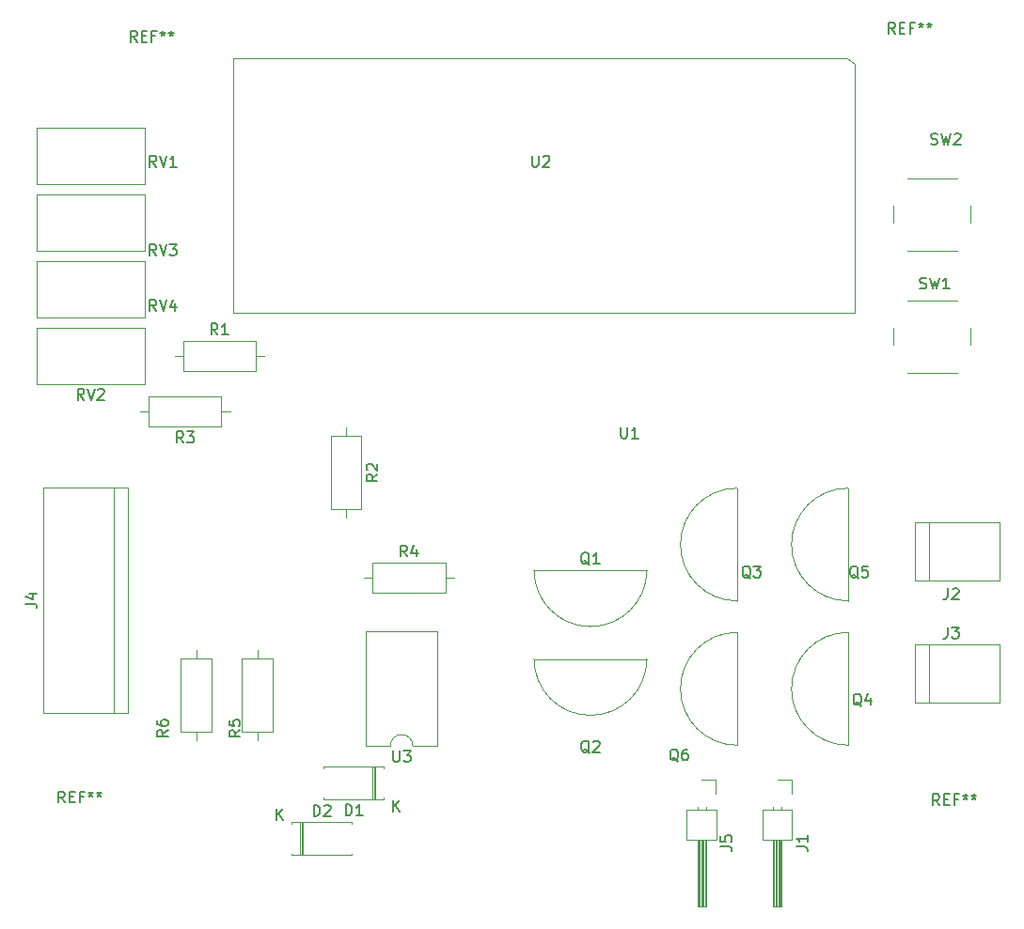
<source format=gbr>
%TF.GenerationSoftware,KiCad,Pcbnew,6.0.8-f2edbf62ab~116~ubuntu20.04.1*%
%TF.CreationDate,2022-10-11T23:56:16-03:00*%
%TF.ProjectId,Proyecto_p_curso,50726f79-6563-4746-9f5f-705f63757273,rev?*%
%TF.SameCoordinates,Original*%
%TF.FileFunction,Legend,Top*%
%TF.FilePolarity,Positive*%
%FSLAX46Y46*%
G04 Gerber Fmt 4.6, Leading zero omitted, Abs format (unit mm)*
G04 Created by KiCad (PCBNEW 6.0.8-f2edbf62ab~116~ubuntu20.04.1) date 2022-10-11 23:56:16*
%MOMM*%
%LPD*%
G01*
G04 APERTURE LIST*
%ADD10C,0.150000*%
%ADD11C,0.120000*%
G04 APERTURE END LIST*
D10*
%TO.C,REF\u002A\u002A*%
X114666666Y-134252380D02*
X114333333Y-133776190D01*
X114095238Y-134252380D02*
X114095238Y-133252380D01*
X114476190Y-133252380D01*
X114571428Y-133300000D01*
X114619047Y-133347619D01*
X114666666Y-133442857D01*
X114666666Y-133585714D01*
X114619047Y-133680952D01*
X114571428Y-133728571D01*
X114476190Y-133776190D01*
X114095238Y-133776190D01*
X115095238Y-133728571D02*
X115428571Y-133728571D01*
X115571428Y-134252380D02*
X115095238Y-134252380D01*
X115095238Y-133252380D01*
X115571428Y-133252380D01*
X116333333Y-133728571D02*
X116000000Y-133728571D01*
X116000000Y-134252380D02*
X116000000Y-133252380D01*
X116476190Y-133252380D01*
X117000000Y-133252380D02*
X117000000Y-133490476D01*
X116761904Y-133395238D02*
X117000000Y-133490476D01*
X117238095Y-133395238D01*
X116857142Y-133680952D02*
X117000000Y-133490476D01*
X117142857Y-133680952D01*
X117761904Y-133252380D02*
X117761904Y-133490476D01*
X117523809Y-133395238D02*
X117761904Y-133490476D01*
X118000000Y-133395238D01*
X117619047Y-133680952D02*
X117761904Y-133490476D01*
X117904761Y-133680952D01*
X189416666Y-64952380D02*
X189083333Y-64476190D01*
X188845238Y-64952380D02*
X188845238Y-63952380D01*
X189226190Y-63952380D01*
X189321428Y-64000000D01*
X189369047Y-64047619D01*
X189416666Y-64142857D01*
X189416666Y-64285714D01*
X189369047Y-64380952D01*
X189321428Y-64428571D01*
X189226190Y-64476190D01*
X188845238Y-64476190D01*
X189845238Y-64428571D02*
X190178571Y-64428571D01*
X190321428Y-64952380D02*
X189845238Y-64952380D01*
X189845238Y-63952380D01*
X190321428Y-63952380D01*
X191083333Y-64428571D02*
X190750000Y-64428571D01*
X190750000Y-64952380D02*
X190750000Y-63952380D01*
X191226190Y-63952380D01*
X191750000Y-63952380D02*
X191750000Y-64190476D01*
X191511904Y-64095238D02*
X191750000Y-64190476D01*
X191988095Y-64095238D01*
X191607142Y-64380952D02*
X191750000Y-64190476D01*
X191892857Y-64380952D01*
X192511904Y-63952380D02*
X192511904Y-64190476D01*
X192273809Y-64095238D02*
X192511904Y-64190476D01*
X192750000Y-64095238D01*
X192369047Y-64380952D02*
X192511904Y-64190476D01*
X192654761Y-64380952D01*
X121166666Y-65702380D02*
X120833333Y-65226190D01*
X120595238Y-65702380D02*
X120595238Y-64702380D01*
X120976190Y-64702380D01*
X121071428Y-64750000D01*
X121119047Y-64797619D01*
X121166666Y-64892857D01*
X121166666Y-65035714D01*
X121119047Y-65130952D01*
X121071428Y-65178571D01*
X120976190Y-65226190D01*
X120595238Y-65226190D01*
X121595238Y-65178571D02*
X121928571Y-65178571D01*
X122071428Y-65702380D02*
X121595238Y-65702380D01*
X121595238Y-64702380D01*
X122071428Y-64702380D01*
X122833333Y-65178571D02*
X122500000Y-65178571D01*
X122500000Y-65702380D02*
X122500000Y-64702380D01*
X122976190Y-64702380D01*
X123500000Y-64702380D02*
X123500000Y-64940476D01*
X123261904Y-64845238D02*
X123500000Y-64940476D01*
X123738095Y-64845238D01*
X123357142Y-65130952D02*
X123500000Y-64940476D01*
X123642857Y-65130952D01*
X124261904Y-64702380D02*
X124261904Y-64940476D01*
X124023809Y-64845238D02*
X124261904Y-64940476D01*
X124500000Y-64845238D01*
X124119047Y-65130952D02*
X124261904Y-64940476D01*
X124404761Y-65130952D01*
X193416666Y-134502380D02*
X193083333Y-134026190D01*
X192845238Y-134502380D02*
X192845238Y-133502380D01*
X193226190Y-133502380D01*
X193321428Y-133550000D01*
X193369047Y-133597619D01*
X193416666Y-133692857D01*
X193416666Y-133835714D01*
X193369047Y-133930952D01*
X193321428Y-133978571D01*
X193226190Y-134026190D01*
X192845238Y-134026190D01*
X193845238Y-133978571D02*
X194178571Y-133978571D01*
X194321428Y-134502380D02*
X193845238Y-134502380D01*
X193845238Y-133502380D01*
X194321428Y-133502380D01*
X195083333Y-133978571D02*
X194750000Y-133978571D01*
X194750000Y-134502380D02*
X194750000Y-133502380D01*
X195226190Y-133502380D01*
X195750000Y-133502380D02*
X195750000Y-133740476D01*
X195511904Y-133645238D02*
X195750000Y-133740476D01*
X195988095Y-133645238D01*
X195607142Y-133930952D02*
X195750000Y-133740476D01*
X195892857Y-133930952D01*
X196511904Y-133502380D02*
X196511904Y-133740476D01*
X196273809Y-133645238D02*
X196511904Y-133740476D01*
X196750000Y-133645238D01*
X196369047Y-133930952D02*
X196511904Y-133740476D01*
X196654761Y-133930952D01*
%TO.C,U2*%
X156738095Y-75952380D02*
X156738095Y-76761904D01*
X156785714Y-76857142D01*
X156833333Y-76904761D01*
X156928571Y-76952380D01*
X157119047Y-76952380D01*
X157214285Y-76904761D01*
X157261904Y-76857142D01*
X157309523Y-76761904D01*
X157309523Y-75952380D01*
X157738095Y-76047619D02*
X157785714Y-76000000D01*
X157880952Y-75952380D01*
X158119047Y-75952380D01*
X158214285Y-76000000D01*
X158261904Y-76047619D01*
X158309523Y-76142857D01*
X158309523Y-76238095D01*
X158261904Y-76380952D01*
X157690476Y-76952380D01*
X158309523Y-76952380D01*
%TO.C,Q6*%
X169904761Y-130547619D02*
X169809523Y-130500000D01*
X169714285Y-130404761D01*
X169571428Y-130261904D01*
X169476190Y-130214285D01*
X169380952Y-130214285D01*
X169428571Y-130452380D02*
X169333333Y-130404761D01*
X169238095Y-130309523D01*
X169190476Y-130119047D01*
X169190476Y-129785714D01*
X169238095Y-129595238D01*
X169333333Y-129500000D01*
X169428571Y-129452380D01*
X169619047Y-129452380D01*
X169714285Y-129500000D01*
X169809523Y-129595238D01*
X169857142Y-129785714D01*
X169857142Y-130119047D01*
X169809523Y-130309523D01*
X169714285Y-130404761D01*
X169619047Y-130452380D01*
X169428571Y-130452380D01*
X170714285Y-129452380D02*
X170523809Y-129452380D01*
X170428571Y-129500000D01*
X170380952Y-129547619D01*
X170285714Y-129690476D01*
X170238095Y-129880952D01*
X170238095Y-130261904D01*
X170285714Y-130357142D01*
X170333333Y-130404761D01*
X170428571Y-130452380D01*
X170619047Y-130452380D01*
X170714285Y-130404761D01*
X170761904Y-130357142D01*
X170809523Y-130261904D01*
X170809523Y-130023809D01*
X170761904Y-129928571D01*
X170714285Y-129880952D01*
X170619047Y-129833333D01*
X170428571Y-129833333D01*
X170333333Y-129880952D01*
X170285714Y-129928571D01*
X170238095Y-130023809D01*
%TO.C,Q5*%
X186111761Y-114047619D02*
X186016523Y-114000000D01*
X185921285Y-113904761D01*
X185778428Y-113761904D01*
X185683190Y-113714285D01*
X185587952Y-113714285D01*
X185635571Y-113952380D02*
X185540333Y-113904761D01*
X185445095Y-113809523D01*
X185397476Y-113619047D01*
X185397476Y-113285714D01*
X185445095Y-113095238D01*
X185540333Y-113000000D01*
X185635571Y-112952380D01*
X185826047Y-112952380D01*
X185921285Y-113000000D01*
X186016523Y-113095238D01*
X186064142Y-113285714D01*
X186064142Y-113619047D01*
X186016523Y-113809523D01*
X185921285Y-113904761D01*
X185826047Y-113952380D01*
X185635571Y-113952380D01*
X186968904Y-112952380D02*
X186492714Y-112952380D01*
X186445095Y-113428571D01*
X186492714Y-113380952D01*
X186587952Y-113333333D01*
X186826047Y-113333333D01*
X186921285Y-113380952D01*
X186968904Y-113428571D01*
X187016523Y-113523809D01*
X187016523Y-113761904D01*
X186968904Y-113857142D01*
X186921285Y-113904761D01*
X186826047Y-113952380D01*
X186587952Y-113952380D01*
X186492714Y-113904761D01*
X186445095Y-113857142D01*
%TO.C,Q4*%
X186404761Y-125547619D02*
X186309523Y-125500000D01*
X186214285Y-125404761D01*
X186071428Y-125261904D01*
X185976190Y-125214285D01*
X185880952Y-125214285D01*
X185928571Y-125452380D02*
X185833333Y-125404761D01*
X185738095Y-125309523D01*
X185690476Y-125119047D01*
X185690476Y-124785714D01*
X185738095Y-124595238D01*
X185833333Y-124500000D01*
X185928571Y-124452380D01*
X186119047Y-124452380D01*
X186214285Y-124500000D01*
X186309523Y-124595238D01*
X186357142Y-124785714D01*
X186357142Y-125119047D01*
X186309523Y-125309523D01*
X186214285Y-125404761D01*
X186119047Y-125452380D01*
X185928571Y-125452380D01*
X187214285Y-124785714D02*
X187214285Y-125452380D01*
X186976190Y-124404761D02*
X186738095Y-125119047D01*
X187357142Y-125119047D01*
%TO.C,Q3*%
X176404761Y-114047619D02*
X176309523Y-114000000D01*
X176214285Y-113904761D01*
X176071428Y-113761904D01*
X175976190Y-113714285D01*
X175880952Y-113714285D01*
X175928571Y-113952380D02*
X175833333Y-113904761D01*
X175738095Y-113809523D01*
X175690476Y-113619047D01*
X175690476Y-113285714D01*
X175738095Y-113095238D01*
X175833333Y-113000000D01*
X175928571Y-112952380D01*
X176119047Y-112952380D01*
X176214285Y-113000000D01*
X176309523Y-113095238D01*
X176357142Y-113285714D01*
X176357142Y-113619047D01*
X176309523Y-113809523D01*
X176214285Y-113904761D01*
X176119047Y-113952380D01*
X175928571Y-113952380D01*
X176690476Y-112952380D02*
X177309523Y-112952380D01*
X176976190Y-113333333D01*
X177119047Y-113333333D01*
X177214285Y-113380952D01*
X177261904Y-113428571D01*
X177309523Y-113523809D01*
X177309523Y-113761904D01*
X177261904Y-113857142D01*
X177214285Y-113904761D01*
X177119047Y-113952380D01*
X176833333Y-113952380D01*
X176738095Y-113904761D01*
X176690476Y-113857142D01*
%TO.C,Q2*%
X161904761Y-129797619D02*
X161809523Y-129750000D01*
X161714285Y-129654761D01*
X161571428Y-129511904D01*
X161476190Y-129464285D01*
X161380952Y-129464285D01*
X161428571Y-129702380D02*
X161333333Y-129654761D01*
X161238095Y-129559523D01*
X161190476Y-129369047D01*
X161190476Y-129035714D01*
X161238095Y-128845238D01*
X161333333Y-128750000D01*
X161428571Y-128702380D01*
X161619047Y-128702380D01*
X161714285Y-128750000D01*
X161809523Y-128845238D01*
X161857142Y-129035714D01*
X161857142Y-129369047D01*
X161809523Y-129559523D01*
X161714285Y-129654761D01*
X161619047Y-129702380D01*
X161428571Y-129702380D01*
X162238095Y-128797619D02*
X162285714Y-128750000D01*
X162380952Y-128702380D01*
X162619047Y-128702380D01*
X162714285Y-128750000D01*
X162761904Y-128797619D01*
X162809523Y-128892857D01*
X162809523Y-128988095D01*
X162761904Y-129130952D01*
X162190476Y-129702380D01*
X162809523Y-129702380D01*
%TO.C,Q1*%
X161904761Y-112840619D02*
X161809523Y-112793000D01*
X161714285Y-112697761D01*
X161571428Y-112554904D01*
X161476190Y-112507285D01*
X161380952Y-112507285D01*
X161428571Y-112745380D02*
X161333333Y-112697761D01*
X161238095Y-112602523D01*
X161190476Y-112412047D01*
X161190476Y-112078714D01*
X161238095Y-111888238D01*
X161333333Y-111793000D01*
X161428571Y-111745380D01*
X161619047Y-111745380D01*
X161714285Y-111793000D01*
X161809523Y-111888238D01*
X161857142Y-112078714D01*
X161857142Y-112412047D01*
X161809523Y-112602523D01*
X161714285Y-112697761D01*
X161619047Y-112745380D01*
X161428571Y-112745380D01*
X162809523Y-112745380D02*
X162238095Y-112745380D01*
X162523809Y-112745380D02*
X162523809Y-111745380D01*
X162428571Y-111888238D01*
X162333333Y-111983476D01*
X162238095Y-112031095D01*
%TO.C,U1*%
X164738095Y-100418880D02*
X164738095Y-101228404D01*
X164785714Y-101323642D01*
X164833333Y-101371261D01*
X164928571Y-101418880D01*
X165119047Y-101418880D01*
X165214285Y-101371261D01*
X165261904Y-101323642D01*
X165309523Y-101228404D01*
X165309523Y-100418880D01*
X166309523Y-101418880D02*
X165738095Y-101418880D01*
X166023809Y-101418880D02*
X166023809Y-100418880D01*
X165928571Y-100561738D01*
X165833333Y-100656976D01*
X165738095Y-100704595D01*
%TO.C,RV1*%
X122904761Y-76952380D02*
X122571428Y-76476190D01*
X122333333Y-76952380D02*
X122333333Y-75952380D01*
X122714285Y-75952380D01*
X122809523Y-76000000D01*
X122857142Y-76047619D01*
X122904761Y-76142857D01*
X122904761Y-76285714D01*
X122857142Y-76380952D01*
X122809523Y-76428571D01*
X122714285Y-76476190D01*
X122333333Y-76476190D01*
X123190476Y-75952380D02*
X123523809Y-76952380D01*
X123857142Y-75952380D01*
X124714285Y-76952380D02*
X124142857Y-76952380D01*
X124428571Y-76952380D02*
X124428571Y-75952380D01*
X124333333Y-76095238D01*
X124238095Y-76190476D01*
X124142857Y-76238095D01*
%TO.C,SW2*%
X192666666Y-74904761D02*
X192809523Y-74952380D01*
X193047619Y-74952380D01*
X193142857Y-74904761D01*
X193190476Y-74857142D01*
X193238095Y-74761904D01*
X193238095Y-74666666D01*
X193190476Y-74571428D01*
X193142857Y-74523809D01*
X193047619Y-74476190D01*
X192857142Y-74428571D01*
X192761904Y-74380952D01*
X192714285Y-74333333D01*
X192666666Y-74238095D01*
X192666666Y-74142857D01*
X192714285Y-74047619D01*
X192761904Y-74000000D01*
X192857142Y-73952380D01*
X193095238Y-73952380D01*
X193238095Y-74000000D01*
X193571428Y-73952380D02*
X193809523Y-74952380D01*
X194000000Y-74238095D01*
X194190476Y-74952380D01*
X194428571Y-73952380D01*
X194761904Y-74047619D02*
X194809523Y-74000000D01*
X194904761Y-73952380D01*
X195142857Y-73952380D01*
X195238095Y-74000000D01*
X195285714Y-74047619D01*
X195333333Y-74142857D01*
X195333333Y-74238095D01*
X195285714Y-74380952D01*
X194714285Y-74952380D01*
X195333333Y-74952380D01*
%TO.C,R6*%
X123952380Y-127746666D02*
X123476190Y-128080000D01*
X123952380Y-128318095D02*
X122952380Y-128318095D01*
X122952380Y-127937142D01*
X123000000Y-127841904D01*
X123047619Y-127794285D01*
X123142857Y-127746666D01*
X123285714Y-127746666D01*
X123380952Y-127794285D01*
X123428571Y-127841904D01*
X123476190Y-127937142D01*
X123476190Y-128318095D01*
X122952380Y-126889523D02*
X122952380Y-127080000D01*
X123000000Y-127175238D01*
X123047619Y-127222857D01*
X123190476Y-127318095D01*
X123380952Y-127365714D01*
X123761904Y-127365714D01*
X123857142Y-127318095D01*
X123904761Y-127270476D01*
X123952380Y-127175238D01*
X123952380Y-126984761D01*
X123904761Y-126889523D01*
X123857142Y-126841904D01*
X123761904Y-126794285D01*
X123523809Y-126794285D01*
X123428571Y-126841904D01*
X123380952Y-126889523D01*
X123333333Y-126984761D01*
X123333333Y-127175238D01*
X123380952Y-127270476D01*
X123428571Y-127318095D01*
X123523809Y-127365714D01*
%TO.C,D1*%
X139951904Y-135422380D02*
X139951904Y-134422380D01*
X140190000Y-134422380D01*
X140332857Y-134470000D01*
X140428095Y-134565238D01*
X140475714Y-134660476D01*
X140523333Y-134850952D01*
X140523333Y-134993809D01*
X140475714Y-135184285D01*
X140428095Y-135279523D01*
X140332857Y-135374761D01*
X140190000Y-135422380D01*
X139951904Y-135422380D01*
X141475714Y-135422380D02*
X140904285Y-135422380D01*
X141190000Y-135422380D02*
X141190000Y-134422380D01*
X141094761Y-134565238D01*
X140999523Y-134660476D01*
X140904285Y-134708095D01*
X144238095Y-135052380D02*
X144238095Y-134052380D01*
X144809523Y-135052380D02*
X144380952Y-134480952D01*
X144809523Y-134052380D02*
X144238095Y-134623809D01*
%TO.C,J3*%
X194166666Y-118452380D02*
X194166666Y-119166666D01*
X194119047Y-119309523D01*
X194023809Y-119404761D01*
X193880952Y-119452380D01*
X193785714Y-119452380D01*
X194547619Y-118452380D02*
X195166666Y-118452380D01*
X194833333Y-118833333D01*
X194976190Y-118833333D01*
X195071428Y-118880952D01*
X195119047Y-118928571D01*
X195166666Y-119023809D01*
X195166666Y-119261904D01*
X195119047Y-119357142D01*
X195071428Y-119404761D01*
X194976190Y-119452380D01*
X194690476Y-119452380D01*
X194595238Y-119404761D01*
X194547619Y-119357142D01*
%TO.C,R4*%
X145493333Y-112082380D02*
X145160000Y-111606190D01*
X144921904Y-112082380D02*
X144921904Y-111082380D01*
X145302857Y-111082380D01*
X145398095Y-111130000D01*
X145445714Y-111177619D01*
X145493333Y-111272857D01*
X145493333Y-111415714D01*
X145445714Y-111510952D01*
X145398095Y-111558571D01*
X145302857Y-111606190D01*
X144921904Y-111606190D01*
X146350476Y-111415714D02*
X146350476Y-112082380D01*
X146112380Y-111034761D02*
X145874285Y-111749047D01*
X146493333Y-111749047D01*
%TO.C,J5*%
X173722380Y-138218333D02*
X174436666Y-138218333D01*
X174579523Y-138265952D01*
X174674761Y-138361190D01*
X174722380Y-138504047D01*
X174722380Y-138599285D01*
X173722380Y-137265952D02*
X173722380Y-137742142D01*
X174198571Y-137789761D01*
X174150952Y-137742142D01*
X174103333Y-137646904D01*
X174103333Y-137408809D01*
X174150952Y-137313571D01*
X174198571Y-137265952D01*
X174293809Y-137218333D01*
X174531904Y-137218333D01*
X174627142Y-137265952D01*
X174674761Y-137313571D01*
X174722380Y-137408809D01*
X174722380Y-137646904D01*
X174674761Y-137742142D01*
X174627142Y-137789761D01*
%TO.C,RV3*%
X122904761Y-84952380D02*
X122571428Y-84476190D01*
X122333333Y-84952380D02*
X122333333Y-83952380D01*
X122714285Y-83952380D01*
X122809523Y-84000000D01*
X122857142Y-84047619D01*
X122904761Y-84142857D01*
X122904761Y-84285714D01*
X122857142Y-84380952D01*
X122809523Y-84428571D01*
X122714285Y-84476190D01*
X122333333Y-84476190D01*
X123190476Y-83952380D02*
X123523809Y-84952380D01*
X123857142Y-83952380D01*
X124095238Y-83952380D02*
X124714285Y-83952380D01*
X124380952Y-84333333D01*
X124523809Y-84333333D01*
X124619047Y-84380952D01*
X124666666Y-84428571D01*
X124714285Y-84523809D01*
X124714285Y-84761904D01*
X124666666Y-84857142D01*
X124619047Y-84904761D01*
X124523809Y-84952380D01*
X124238095Y-84952380D01*
X124142857Y-84904761D01*
X124095238Y-84857142D01*
%TO.C,J2*%
X194166666Y-114952380D02*
X194166666Y-115666666D01*
X194119047Y-115809523D01*
X194023809Y-115904761D01*
X193880952Y-115952380D01*
X193785714Y-115952380D01*
X194595238Y-115047619D02*
X194642857Y-115000000D01*
X194738095Y-114952380D01*
X194976190Y-114952380D01*
X195071428Y-115000000D01*
X195119047Y-115047619D01*
X195166666Y-115142857D01*
X195166666Y-115238095D01*
X195119047Y-115380952D01*
X194547619Y-115952380D01*
X195166666Y-115952380D01*
%TO.C,R1*%
X128413333Y-92082380D02*
X128080000Y-91606190D01*
X127841904Y-92082380D02*
X127841904Y-91082380D01*
X128222857Y-91082380D01*
X128318095Y-91130000D01*
X128365714Y-91177619D01*
X128413333Y-91272857D01*
X128413333Y-91415714D01*
X128365714Y-91510952D01*
X128318095Y-91558571D01*
X128222857Y-91606190D01*
X127841904Y-91606190D01*
X129365714Y-92082380D02*
X128794285Y-92082380D01*
X129080000Y-92082380D02*
X129080000Y-91082380D01*
X128984761Y-91225238D01*
X128889523Y-91320476D01*
X128794285Y-91368095D01*
%TO.C,SW1*%
X191666666Y-87904761D02*
X191809523Y-87952380D01*
X192047619Y-87952380D01*
X192142857Y-87904761D01*
X192190476Y-87857142D01*
X192238095Y-87761904D01*
X192238095Y-87666666D01*
X192190476Y-87571428D01*
X192142857Y-87523809D01*
X192047619Y-87476190D01*
X191857142Y-87428571D01*
X191761904Y-87380952D01*
X191714285Y-87333333D01*
X191666666Y-87238095D01*
X191666666Y-87142857D01*
X191714285Y-87047619D01*
X191761904Y-87000000D01*
X191857142Y-86952380D01*
X192095238Y-86952380D01*
X192238095Y-87000000D01*
X192571428Y-86952380D02*
X192809523Y-87952380D01*
X193000000Y-87238095D01*
X193190476Y-87952380D01*
X193428571Y-86952380D01*
X194333333Y-87952380D02*
X193761904Y-87952380D01*
X194047619Y-87952380D02*
X194047619Y-86952380D01*
X193952380Y-87095238D01*
X193857142Y-87190476D01*
X193761904Y-87238095D01*
%TO.C,R2*%
X142822380Y-104666666D02*
X142346190Y-105000000D01*
X142822380Y-105238095D02*
X141822380Y-105238095D01*
X141822380Y-104857142D01*
X141870000Y-104761904D01*
X141917619Y-104714285D01*
X142012857Y-104666666D01*
X142155714Y-104666666D01*
X142250952Y-104714285D01*
X142298571Y-104761904D01*
X142346190Y-104857142D01*
X142346190Y-105238095D01*
X141917619Y-104285714D02*
X141870000Y-104238095D01*
X141822380Y-104142857D01*
X141822380Y-103904761D01*
X141870000Y-103809523D01*
X141917619Y-103761904D01*
X142012857Y-103714285D01*
X142108095Y-103714285D01*
X142250952Y-103761904D01*
X142822380Y-104333333D01*
X142822380Y-103714285D01*
%TO.C,D2*%
X137071904Y-135482380D02*
X137071904Y-134482380D01*
X137310000Y-134482380D01*
X137452857Y-134530000D01*
X137548095Y-134625238D01*
X137595714Y-134720476D01*
X137643333Y-134910952D01*
X137643333Y-135053809D01*
X137595714Y-135244285D01*
X137548095Y-135339523D01*
X137452857Y-135434761D01*
X137310000Y-135482380D01*
X137071904Y-135482380D01*
X138024285Y-134577619D02*
X138071904Y-134530000D01*
X138167142Y-134482380D01*
X138405238Y-134482380D01*
X138500476Y-134530000D01*
X138548095Y-134577619D01*
X138595714Y-134672857D01*
X138595714Y-134768095D01*
X138548095Y-134910952D01*
X137976666Y-135482380D01*
X138595714Y-135482380D01*
X133738095Y-135852380D02*
X133738095Y-134852380D01*
X134309523Y-135852380D02*
X133880952Y-135280952D01*
X134309523Y-134852380D02*
X133738095Y-135423809D01*
%TO.C,J4*%
X111152380Y-116353333D02*
X111866666Y-116353333D01*
X112009523Y-116400952D01*
X112104761Y-116496190D01*
X112152380Y-116639047D01*
X112152380Y-116734285D01*
X111485714Y-115448571D02*
X112152380Y-115448571D01*
X111104761Y-115686666D02*
X111819047Y-115924761D01*
X111819047Y-115305714D01*
%TO.C,RV2*%
X116404761Y-97952380D02*
X116071428Y-97476190D01*
X115833333Y-97952380D02*
X115833333Y-96952380D01*
X116214285Y-96952380D01*
X116309523Y-97000000D01*
X116357142Y-97047619D01*
X116404761Y-97142857D01*
X116404761Y-97285714D01*
X116357142Y-97380952D01*
X116309523Y-97428571D01*
X116214285Y-97476190D01*
X115833333Y-97476190D01*
X116690476Y-96952380D02*
X117023809Y-97952380D01*
X117357142Y-96952380D01*
X117642857Y-97047619D02*
X117690476Y-97000000D01*
X117785714Y-96952380D01*
X118023809Y-96952380D01*
X118119047Y-97000000D01*
X118166666Y-97047619D01*
X118214285Y-97142857D01*
X118214285Y-97238095D01*
X118166666Y-97380952D01*
X117595238Y-97952380D01*
X118214285Y-97952380D01*
%TO.C,RV4*%
X122904761Y-89952380D02*
X122571428Y-89476190D01*
X122333333Y-89952380D02*
X122333333Y-88952380D01*
X122714285Y-88952380D01*
X122809523Y-89000000D01*
X122857142Y-89047619D01*
X122904761Y-89142857D01*
X122904761Y-89285714D01*
X122857142Y-89380952D01*
X122809523Y-89428571D01*
X122714285Y-89476190D01*
X122333333Y-89476190D01*
X123190476Y-88952380D02*
X123523809Y-89952380D01*
X123857142Y-88952380D01*
X124619047Y-89285714D02*
X124619047Y-89952380D01*
X124380952Y-88904761D02*
X124142857Y-89619047D01*
X124761904Y-89619047D01*
%TO.C,U3*%
X144233095Y-129582380D02*
X144233095Y-130391904D01*
X144280714Y-130487142D01*
X144328333Y-130534761D01*
X144423571Y-130582380D01*
X144614047Y-130582380D01*
X144709285Y-130534761D01*
X144756904Y-130487142D01*
X144804523Y-130391904D01*
X144804523Y-129582380D01*
X145185476Y-129582380D02*
X145804523Y-129582380D01*
X145471190Y-129963333D01*
X145614047Y-129963333D01*
X145709285Y-130010952D01*
X145756904Y-130058571D01*
X145804523Y-130153809D01*
X145804523Y-130391904D01*
X145756904Y-130487142D01*
X145709285Y-130534761D01*
X145614047Y-130582380D01*
X145328333Y-130582380D01*
X145233095Y-130534761D01*
X145185476Y-130487142D01*
%TO.C,R5*%
X130452380Y-127746666D02*
X129976190Y-128080000D01*
X130452380Y-128318095D02*
X129452380Y-128318095D01*
X129452380Y-127937142D01*
X129500000Y-127841904D01*
X129547619Y-127794285D01*
X129642857Y-127746666D01*
X129785714Y-127746666D01*
X129880952Y-127794285D01*
X129928571Y-127841904D01*
X129976190Y-127937142D01*
X129976190Y-128318095D01*
X129452380Y-126841904D02*
X129452380Y-127318095D01*
X129928571Y-127365714D01*
X129880952Y-127318095D01*
X129833333Y-127222857D01*
X129833333Y-126984761D01*
X129880952Y-126889523D01*
X129928571Y-126841904D01*
X130023809Y-126794285D01*
X130261904Y-126794285D01*
X130357142Y-126841904D01*
X130404761Y-126889523D01*
X130452380Y-126984761D01*
X130452380Y-127222857D01*
X130404761Y-127318095D01*
X130357142Y-127365714D01*
%TO.C,J1*%
X180547380Y-138218333D02*
X181261666Y-138218333D01*
X181404523Y-138265952D01*
X181499761Y-138361190D01*
X181547380Y-138504047D01*
X181547380Y-138599285D01*
X181547380Y-137218333D02*
X181547380Y-137789761D01*
X181547380Y-137504047D02*
X180547380Y-137504047D01*
X180690238Y-137599285D01*
X180785476Y-137694523D01*
X180833095Y-137789761D01*
%TO.C,R3*%
X125333333Y-101822380D02*
X125000000Y-101346190D01*
X124761904Y-101822380D02*
X124761904Y-100822380D01*
X125142857Y-100822380D01*
X125238095Y-100870000D01*
X125285714Y-100917619D01*
X125333333Y-101012857D01*
X125333333Y-101155714D01*
X125285714Y-101250952D01*
X125238095Y-101298571D01*
X125142857Y-101346190D01*
X124761904Y-101346190D01*
X125666666Y-100822380D02*
X126285714Y-100822380D01*
X125952380Y-101203333D01*
X126095238Y-101203333D01*
X126190476Y-101250952D01*
X126238095Y-101298571D01*
X126285714Y-101393809D01*
X126285714Y-101631904D01*
X126238095Y-101727142D01*
X126190476Y-101774761D01*
X126095238Y-101822380D01*
X125809523Y-101822380D01*
X125714285Y-101774761D01*
X125666666Y-101727142D01*
D11*
%TO.C,U2*%
X185830000Y-90110000D02*
X129830000Y-90110000D01*
X185770000Y-67698000D02*
X185830000Y-90110000D01*
X185135000Y-67190000D02*
X185770000Y-67698000D01*
X185135000Y-67190000D02*
X129830000Y-67130000D01*
X129830000Y-67130000D02*
X129830000Y-90110000D01*
%TO.C,Q6*%
X175183000Y-118920000D02*
X175183000Y-129080000D01*
X175183000Y-118920000D02*
G75*
G03*
X175183000Y-129080000I0J-5080000D01*
G01*
%TO.C,Q5*%
X185183000Y-105920000D02*
G75*
G03*
X185183000Y-116080000I0J-5080000D01*
G01*
X185183000Y-105920000D02*
X185183000Y-116080000D01*
%TO.C,Q4*%
X185183000Y-118920000D02*
X185183000Y-129080000D01*
X185183000Y-118920000D02*
G75*
G03*
X185183000Y-129080000I0J-5080000D01*
G01*
%TO.C,Q3*%
X175183000Y-105920000D02*
X175183000Y-116080000D01*
X175183000Y-105920000D02*
G75*
G03*
X175183000Y-116080000I0J-5080000D01*
G01*
%TO.C,Q2*%
X156920000Y-121317000D02*
X167080000Y-121317000D01*
X156920000Y-121317000D02*
G75*
G03*
X167080000Y-121317000I5080000J0D01*
G01*
%TO.C,Q1*%
X156920000Y-113317000D02*
X167080000Y-113317000D01*
X156920000Y-113317000D02*
G75*
G03*
X167080000Y-113317000I5080000J0D01*
G01*
%TO.C,RV1*%
X112115000Y-73470000D02*
X121885000Y-73470000D01*
X112115000Y-78540000D02*
X121885000Y-78540000D01*
X112115000Y-73470000D02*
X112115000Y-78540000D01*
X121885000Y-73470000D02*
X121885000Y-78540000D01*
%TO.C,SW2*%
X196250000Y-82000000D02*
X196250000Y-80500000D01*
X189250000Y-80500000D02*
X189250000Y-82000000D01*
X195000000Y-78000000D02*
X190500000Y-78000000D01*
X190500000Y-84500000D02*
X195000000Y-84500000D01*
%TO.C,R6*%
X126500000Y-120540000D02*
X126500000Y-121310000D01*
X125130000Y-127850000D02*
X127870000Y-127850000D01*
X127870000Y-127850000D02*
X127870000Y-121310000D01*
X126500000Y-128620000D02*
X126500000Y-127850000D01*
X127870000Y-121310000D02*
X125130000Y-121310000D01*
X125130000Y-121310000D02*
X125130000Y-127850000D01*
%TO.C,D1*%
X137970000Y-133970000D02*
X137970000Y-133840000D01*
X142510000Y-133970000D02*
X142510000Y-131030000D01*
X143410000Y-131160000D02*
X143410000Y-131030000D01*
X142390000Y-133970000D02*
X142390000Y-131030000D01*
X142630000Y-133970000D02*
X142630000Y-131030000D01*
X143410000Y-133840000D02*
X143410000Y-133970000D01*
X143410000Y-133970000D02*
X137970000Y-133970000D01*
X143410000Y-131030000D02*
X137970000Y-131030000D01*
X137970000Y-131030000D02*
X137970000Y-131160000D01*
%TO.C,J3*%
X192460000Y-125210000D02*
X192460000Y-119960000D01*
X191190000Y-119960000D02*
X191190000Y-125210000D01*
X191190000Y-125210000D02*
X198810000Y-125210000D01*
X198810000Y-119960000D02*
X191190000Y-119960000D01*
X198810000Y-125210000D02*
X198810000Y-119960000D01*
%TO.C,R4*%
X142390000Y-112630000D02*
X142390000Y-115370000D01*
X148930000Y-112630000D02*
X142390000Y-112630000D01*
X141620000Y-114000000D02*
X142390000Y-114000000D01*
X148930000Y-115370000D02*
X148930000Y-112630000D01*
X149700000Y-114000000D02*
X148930000Y-114000000D01*
X142390000Y-115370000D02*
X148930000Y-115370000D01*
%TO.C,J5*%
X171620000Y-143600000D02*
X171620000Y-137600000D01*
X171620000Y-134610000D02*
X171620000Y-134940000D01*
X170670000Y-137600000D02*
X173330000Y-137600000D01*
X171720000Y-137600000D02*
X171720000Y-143600000D01*
X173330000Y-134940000D02*
X170670000Y-134940000D01*
X173330000Y-137600000D02*
X173330000Y-134940000D01*
X172000000Y-132230000D02*
X173270000Y-132230000D01*
X170670000Y-134940000D02*
X170670000Y-137600000D01*
X172380000Y-134610000D02*
X172380000Y-134940000D01*
X171960000Y-137600000D02*
X171960000Y-143600000D01*
X172080000Y-137600000D02*
X172080000Y-143600000D01*
X172380000Y-143600000D02*
X171620000Y-143600000D01*
X172380000Y-137600000D02*
X172380000Y-143600000D01*
X172320000Y-137600000D02*
X172320000Y-143600000D01*
X173270000Y-132230000D02*
X173270000Y-133500000D01*
X172200000Y-137600000D02*
X172200000Y-143600000D01*
X171840000Y-137600000D02*
X171840000Y-143600000D01*
%TO.C,RV3*%
X112125000Y-79470000D02*
X121895000Y-79470000D01*
X112125000Y-84540000D02*
X121895000Y-84540000D01*
X112125000Y-79470000D02*
X112125000Y-84540000D01*
X121895000Y-79470000D02*
X121895000Y-84540000D01*
%TO.C,J2*%
X191190000Y-108960000D02*
X191190000Y-114210000D01*
X192460000Y-114210000D02*
X192460000Y-108960000D01*
X198810000Y-114210000D02*
X198810000Y-108960000D01*
X191190000Y-114210000D02*
X198810000Y-114210000D01*
X198810000Y-108960000D02*
X191190000Y-108960000D01*
%TO.C,R1*%
X125310000Y-92630000D02*
X125310000Y-95370000D01*
X125310000Y-95370000D02*
X131850000Y-95370000D01*
X131850000Y-95370000D02*
X131850000Y-92630000D01*
X132620000Y-94000000D02*
X131850000Y-94000000D01*
X131850000Y-92630000D02*
X125310000Y-92630000D01*
X124540000Y-94000000D02*
X125310000Y-94000000D01*
%TO.C,SW1*%
X190500000Y-95500000D02*
X195000000Y-95500000D01*
X196250000Y-93000000D02*
X196250000Y-91500000D01*
X195000000Y-89000000D02*
X190500000Y-89000000D01*
X189250000Y-91500000D02*
X189250000Y-93000000D01*
%TO.C,R2*%
X140000000Y-100460000D02*
X140000000Y-101230000D01*
X141370000Y-101230000D02*
X138630000Y-101230000D01*
X141370000Y-107770000D02*
X141370000Y-101230000D01*
X138630000Y-101230000D02*
X138630000Y-107770000D01*
X140000000Y-108540000D02*
X140000000Y-107770000D01*
X138630000Y-107770000D02*
X141370000Y-107770000D01*
%TO.C,D2*%
X135090000Y-136160000D02*
X135090000Y-136030000D01*
X135090000Y-138970000D02*
X140530000Y-138970000D01*
X140530000Y-138970000D02*
X140530000Y-138840000D01*
X135990000Y-136030000D02*
X135990000Y-138970000D01*
X136110000Y-136030000D02*
X136110000Y-138970000D01*
X135090000Y-136030000D02*
X140530000Y-136030000D01*
X140530000Y-136030000D02*
X140530000Y-136160000D01*
X135090000Y-138840000D02*
X135090000Y-138970000D01*
X135870000Y-136030000D02*
X135870000Y-138970000D01*
%TO.C,J4*%
X120310000Y-105840000D02*
X112690000Y-105840000D01*
X112690000Y-126160000D02*
X112690000Y-105840000D01*
X119040000Y-105840000D02*
X119040000Y-126160000D01*
X120310000Y-126160000D02*
X120310000Y-105840000D01*
X112690000Y-126160000D02*
X120310000Y-126160000D01*
%TO.C,RV2*%
X121895000Y-91470000D02*
X121895000Y-96540000D01*
X112125000Y-91470000D02*
X112125000Y-96540000D01*
X112125000Y-91470000D02*
X121895000Y-91470000D01*
X112125000Y-96540000D02*
X121895000Y-96540000D01*
%TO.C,RV4*%
X112125000Y-85470000D02*
X112125000Y-90540000D01*
X112125000Y-90540000D02*
X121895000Y-90540000D01*
X112125000Y-85470000D02*
X121895000Y-85470000D01*
X121895000Y-85470000D02*
X121895000Y-90540000D01*
%TO.C,U3*%
X141760000Y-129130000D02*
X143995000Y-129130000D01*
X141760000Y-118850000D02*
X141760000Y-129130000D01*
X148230000Y-129130000D02*
X148230000Y-118850000D01*
X145995000Y-129130000D02*
X148230000Y-129130000D01*
X148230000Y-118850000D02*
X141760000Y-118850000D01*
X145995000Y-129130000D02*
G75*
G03*
X143995000Y-129130000I-1000000J0D01*
G01*
%TO.C,R5*%
X133370000Y-121310000D02*
X130630000Y-121310000D01*
X132000000Y-120540000D02*
X132000000Y-121310000D01*
X132000000Y-128620000D02*
X132000000Y-127850000D01*
X130630000Y-121310000D02*
X130630000Y-127850000D01*
X130630000Y-127850000D02*
X133370000Y-127850000D01*
X133370000Y-127850000D02*
X133370000Y-121310000D01*
%TO.C,J1*%
X179145000Y-137600000D02*
X179145000Y-143600000D01*
X179025000Y-137600000D02*
X179025000Y-143600000D01*
X179205000Y-143600000D02*
X178445000Y-143600000D01*
X178825000Y-132230000D02*
X180095000Y-132230000D01*
X180095000Y-132230000D02*
X180095000Y-133500000D01*
X178545000Y-137600000D02*
X178545000Y-143600000D01*
X177495000Y-134940000D02*
X177495000Y-137600000D01*
X179205000Y-134610000D02*
X179205000Y-134940000D01*
X180155000Y-134940000D02*
X177495000Y-134940000D01*
X178905000Y-137600000D02*
X178905000Y-143600000D01*
X179205000Y-137600000D02*
X179205000Y-143600000D01*
X178665000Y-137600000D02*
X178665000Y-143600000D01*
X178445000Y-143600000D02*
X178445000Y-137600000D01*
X177495000Y-137600000D02*
X180155000Y-137600000D01*
X178785000Y-137600000D02*
X178785000Y-143600000D01*
X178445000Y-134610000D02*
X178445000Y-134940000D01*
X180155000Y-137600000D02*
X180155000Y-134940000D01*
%TO.C,R3*%
X121460000Y-99000000D02*
X122230000Y-99000000D01*
X122230000Y-100370000D02*
X128770000Y-100370000D01*
X128770000Y-97630000D02*
X122230000Y-97630000D01*
X129540000Y-99000000D02*
X128770000Y-99000000D01*
X122230000Y-97630000D02*
X122230000Y-100370000D01*
X128770000Y-100370000D02*
X128770000Y-97630000D01*
%TD*%
M02*

</source>
